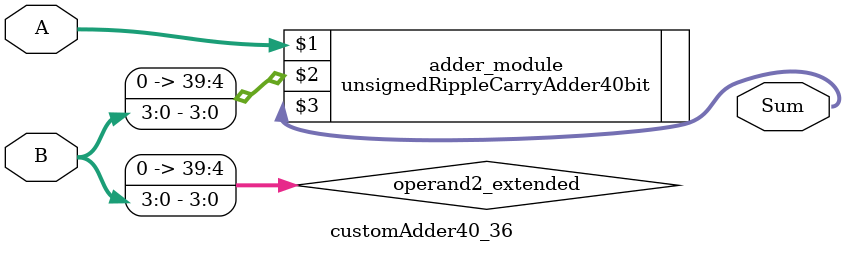
<source format=v>
module customAdder40_36(
                        input [39 : 0] A,
                        input [3 : 0] B,
                        
                        output [40 : 0] Sum
                );

        wire [39 : 0] operand2_extended;
        
        assign operand2_extended =  {36'b0, B};
        
        unsignedRippleCarryAdder40bit adder_module(
            A,
            operand2_extended,
            Sum
        );
        
        endmodule
        
</source>
